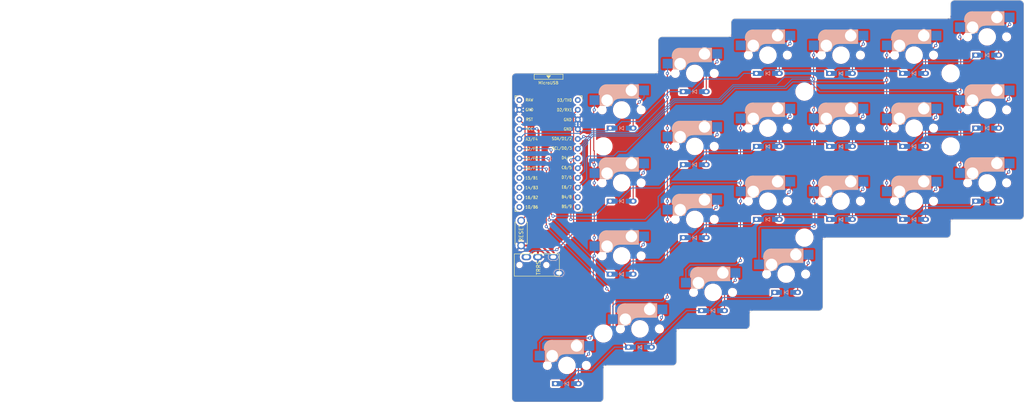
<source format=kicad_pcb>
(kicad_pcb (version 20221018) (generator pcbnew)
  (layers (0 "F.Cu" signal) (31 "B.Cu" signal) (34 "B.Paste" user) (35 "F.Paste" user) (36 "B.SilkS" user "B.Silkscreen") (37 "F.SilkS" user "F.Silkscreen") (38 "B.Mask" user) (39 "F.Mask" user) (44 "Edge.Cuts" user))
  (net 0 "")
  (net 1 "ROW1")
  (net 2 "Net-(D23-A)")
  (net 3 "Net-(D24-A)")
  (net 4 "Net-(D25-A)")
  (net 5 "Net-(D26-A)")
  (net 6 "Net-(D27-A)")
  (net 7 "Net-(D28-A)")
  (net 8 "ROW2")
  (net 9 "Net-(D29-A)")
  (net 10 "Net-(D30-A)")
  (net 11 "Net-(D31-A)")
  (net 12 "Net-(D32-A)")
  (net 13 "Net-(D33-A)")
  (net 14 "Net-(D34-A)")
  (net 15 "ROW3")
  (net 16 "Net-(D35-A)")
  (net 17 "Net-(D36-A)")
  (net 18 "Net-(D37-A)")
  (net 19 "Net-(D38-A)")
  (net 20 "Net-(D39-A)")
  (net 21 "Net-(D40-A)")
  (net 22 "ROW4")
  (net 23 "Net-(D41-A)")
  (net 24 "Net-(D42-A)")
  (net 25 "Net-(D43-A)")
  (net 26 "Net-(D44-A)")
  (net 27 "DATA")
  (net 28 "GND")
  (net 29 "VCC")
  (net 31 "RESET")
  (net 32 "COL1")
  (net 33 "COL2")
  (net 34 "COL3")
  (net 35 "COL4")
  (net 36 "COL5")
  (net 37 "COL6")
  (footprint "kbd:CherryMX_Hotswap" (layer "F.Cu") (at 271.4625 30.95625)
    (fp_text reference "SW28" hide)
    (fp_text value "SW_PUSH" hide)
  )
  (footprint "kbd:CherryMX_Hotswap" (layer "F.Cu") (at 195.2625 59.53125)
    (fp_text reference "SW30" hide)
    (fp_text value "SW_PUSH" hide)
  )
  (footprint "kbd:spacer_m2" (layer "F.Cu") (at 171.45 59.53125)
    (fp_text reference "Ref**" hide)
    (fp_text value "Val**" hide)
  )
  (footprint "kbd:CherryMX_Hotswap" (layer "F.Cu") (at 271.4625 69.05625)
    (fp_text reference "SW40" hide)
    (fp_text value "SW_PUSH" hide)
  )
  (footprint "kbd:CherryMX_Hotswap" (layer "F.Cu") (at 200.025 97.63125)
    (fp_text reference "SW43" hide)
    (fp_text value "SW_PUSH" hide)
  )
  (footprint "kbd:ProMicro_v3" (layer "F.Cu") (at 157.1625 61.9125)
    (fp_text reference "U1" hide)
    (fp_text value "ProMicro" hide)
  )
  (footprint "kbd:CherryMX_Hotswap" (layer "F.Cu") (at 219.075 92.86875)
    (fp_text reference "SW44" hide)
    (fp_text value "SW_PUSH" hide)
  )
  (footprint "kbd:CherryMX_Hotswap" (layer "F.Cu") (at 252.4125 73.81875)
    (fp_text reference "SW39" hide)
    (fp_text value "SW_PUSH" hide)
  )
  (footprint "kbd:CherryMX_Hotswap" (layer "F.Cu") (at 161.925 116.68125)
    (fp_text reference "SW41" hide)
    (fp_text value "SW_PUSH" hide)
  )
  (footprint "kbd:spacer_m2" (layer "F.Cu") (at 261.9375 59.53125)
    (fp_text reference "Ref**" hide)
    (fp_text value "Val**" hide)
  )
  (footprint "kbd:CherryMX_Hotswap" (layer "F.Cu") (at 176.2125 50.00625)
    (fp_text reference "SW23" hide)
    (fp_text value "SW_PUSH" hide)
  )
  (footprint "kbd:CherryMX_Hotswap" (layer "F.Cu") (at 214.3125 35.71875)
    (fp_text reference "SW25" hide)
    (fp_text value "SW_PUSH" hide)
  )
  (footprint "kbd:CherryMX_Hotswap" (layer "F.Cu") (at 195.2625 78.58125)
    (fp_text reference "SW36" hide)
    (fp_text value "SW_PUSH" hide)
  )
  (footprint "kbd:CherryMX_Hotswap" (layer "F.Cu") (at 233.3625 54.76875)
    (fp_text reference "SW32" hide)
    (fp_text value "SW_PUSH" hide)
  )
  (footprint "kbd:ResetSW_1side" (layer "F.Cu") (at 150.01875 82.153125 90)
    (fp_text reference "RESW1" hide)
    (fp_text value "SW_RESET" hide)
  )
  (footprint "kbd:CherryMX_Hotswap" (layer "F.Cu") (at 233.3625 73.81875)
    (fp_text reference "SW38" hide)
    (fp_text value "SW_PUSH" hide)
  )
  (footprint "kbd:CherryMX_Hotswap" (layer "F.Cu") (at 252.4125 35.71875)
    (fp_text reference "SW27" hide)
    (fp_text value "SW_PUSH" hide)
  )
  (footprint "kbd:CherryMX_Hotswap" (layer "F.Cu") (at 180.975 107.15625)
    (fp_text reference "SW42" hide)
    (fp_text value "SW_PUSH" hide)
  )
  (footprint "kbd:CherryMX_Hotswap" (layer "F.Cu") (at 252.4125 54.76875)
    (fp_text reference "SW33" hide)
    (fp_text value "SW_PUSH" hide)
  )
  (footprint "kbd:MJ-4PP-9_1side" (layer "F.Cu") (at 148.075 90.4875 90)
    (fp_text reference "J1")
    (fp_text value "MJ-4PP-9" hide)
  )
  (footprint "kbd:spacer_m2" (layer "F.Cu") (at 223.8375 45.24375)
    (fp_text reference "Ref**" hide)
    (fp_text value "Val**" hide)
  )
  (footprint "kbd:CherryMX_Hotswap" (layer "F.Cu") (at 214.3125 54.76875)
    (fp_text reference "SW31" hide)
    (fp_text value "SW_PUSH" hide)
  )
  (footprint "kbd:spacer_m2" (layer "F.Cu") (at 261.9375 40.48125)
    (fp_text reference "Ref**" hide)
    (fp_text value "Val**" hide)
  )
  (footprint "kbd:CherryMX_Hotswap" (layer "F.Cu") (at 271.4625 50.00625)
    (fp_text reference "SW34" hide)
    (fp_text value "SW_PUSH" hide)
  )
  (footprint "kbd:CherryMX_Hotswap" (layer "F.Cu") (at 233.3625 35.71875)
    (fp_text reference "SW26" hide)
    (fp_text value "SW_PUSH" hide)
  )
  (footprint "kbd:CherryMX_Hotswap" (layer "F.Cu") (at 176.2125 88.10625)
    (fp_text reference "SW35" hide)
    (fp_text value "SW_PUSH" hide)
  )
  (footprint "kbd:CherryMX_Hotswap" (layer "F.Cu") (at 214.3125 73.81875)
    (fp_text reference "SW37" hide)
    (fp_text value "SW_PUSH" hide)
  )
  (footprint "kbd:CherryMX_Hotswap" (layer "F.Cu") (at 176.2125 69.05625)
    (fp_text reference "SW29" hide)
    (fp_text value "SW_PUSH" hide)
  )
  (footprint "kbd:spacer_m2" (layer "F.Cu") (at 171.45 108.346875)
    (fp_text reference "Ref**" hide)
    (fp_text value "Val**" hide)
  )
  (footprint "kbd:CherryMX_Hotswap" (layer "F.Cu") (at 195.2625 40.48125)
    (fp_text reference "SW24" hide)
    (fp_text value "SW_PUSH" hide)
  )
  (footprint "kbd:spacer_m2" (layer "F.Cu") (at 223.8375 83.34375)
    (fp_text reference "Ref**" hide)
    (fp_text value "Val**" hide)
  )
  (footprint "kbd:D3_TH_SMD_v2" (layer "B.Cu") (at 176.2125 73.81875)
    (fp_text reference "D29" hide)
    (fp_text value "1N4148W" hide)
  )
  (footprint "kbd:D3_TH_SMD_v2" (layer "B.Cu") (at 214.3125 59.53125)
    (fp_text reference "D31" hide)
    (fp_text value "1N4148W" hide)
  )
  (footprint "kbd:D3_TH_SMD_v2" (layer "B.Cu") (at 233.3625 40.48125)
    (fp_text reference "D26" hide)
    (fp_text value "1N4148W" hide)
  )
  (footprint "kbd:D3_TH_SMD_v2" (layer "B.Cu") (at 271.4625 73.81875)
    (fp_text reference "D40" hide)
    (fp_text value "1N4148W" hide)
  )
  (footprint "kbd:D3_TH_SMD_v2" (layer "B.Cu") (at 214.3125 40.48125)
    (fp_text reference "D25" hide)
    (fp_text value "1N4148W" hide)
  )
  (footprint "kbd:D3_TH_SMD_v2" (layer "B.Cu") (at 214.3125 78.58125)
    (fp_text reference "D37" hide)
    (fp_text value "1N4148W" hide)
  )
  (footprint "kbd:D3_TH_SMD_v2" (layer "B.Cu") (at 233.3625 78.58125)
    (fp_text reference "D38" hide)
    (fp_text value "1N4148W" hide)
  )
  (footprint "kbd:D3_TH_SMD_v2" (layer "B.Cu") (at 161.925 121.44375)
    (fp_text reference "D41" hide)
    (fp_text value "1N4148W" hide)
  )
  (footprint "kbd:D3_TH_SMD_v2" (layer "B.Cu") (at 195.2625 83.34375)
    (fp_text reference "D36" hide)
    (fp_text value "1N4148W" hide)
  )
  (footprint "kbd:D3_TH_SMD_v2" (layer "B.Cu") (at 271.4625 54.76875)
    (fp_text reference "D34" hide)
    (fp_text value "1N4148W" hide)
  )
  (footprint "kbd:D3_TH_SMD_v2" (layer "B.Cu") (at 252.4125 78.58125)
    (fp_text reference "D39" hide)
    (fp_text value "1N4148W" hide)
  )
  (footprint "kbd:D3_TH_SMD_v2" (layer "B.Cu") (at 176.2125 92.86875)
    (fp_text reference "D35" hide)
    (fp_text value "1N4148W" hide)
  )
  (footprint "kbd:D3_TH_SMD_v2" (layer "B.Cu") (at 271.4625 35.71875)
    (fp_text reference "D28" hide)
    (fp_text value "1N4148W" hide)
  )
  (footprint "kbd:D3_TH_SMD_v2" (layer "B.Cu") (at 195.2625 45.24375)
    (fp_text reference "D24" hide)
    (fp_text value "1N4148W" hide)
  )
  (footprint "kbd:D3_TH_SMD_v2" (layer "B.Cu") (at 180.975 111.91875)
    (fp_text reference "D42" hide)
    (fp_text value "1N4148W" hide)
  )
  (footprint "kbd:D3_TH_SMD_v2" (layer "B.Cu") (at 233.3625 59.53125)
    (fp_text reference "D32" hide)
    (fp_text value "1N4148W" hide)
  )
  (footprint "kbd:D3_TH_SMD_v2" (layer "B.Cu") (at 252.4125 59.53125)
    (fp_text reference "D33" hide)
    (fp_text value "1N4148W" hide)
  )
  (footprint "kbd:D3_TH_SMD_v2" (layer "B.Cu") (at 252.4125 40.48125)
    (fp_text reference "D27" hide)
    (fp_text value "1N4148W" hide)
  )
  (footprint "kbd:D3_TH_SMD_v2" (layer "B.Cu") (at 195.2625 64.29375)
    (fp_text reference "D30" hide)
    (fp_text value "1N4148W" hide)
  )
  (footprint "kbd:D3_TH_SMD_v2" (layer "B.Cu") (at 200.025 102.39375)
    (fp_text reference "D43" hide)
    (fp_text value "1N4148W" hide)
  )
  (footprint "kbd:D3_TH_SMD_v2" (layer "B.Cu") (at 176.2125 54.76875)
    (fp_text reference "D23" hide)
    (fp_text value "1N4148W" hide)
  )
  (footprint "kbd:D3_TH_SMD_v2" (layer "B.Cu") (at 219.075 97.63125)
    (fp_text reference "D44" hide)
    (fp_text value "1N4148W" hide)
  )
  (gr_arc (start 280.988085 77.58125) (mid 280.695209 78.288389) (end 279.988085 78.58125) (stroke (width 0.1)) (layer "Edge.Cuts"))
  (gr_line (start 261.938085 79.58125) (end 261.938085 82.34375) (stroke (width 0.1)) (layer "Edge.Cuts"))
  (gr_arc (start 190.500585 115.68125) (mid 190.207709 116.388389) (end 189.500585 116.68125) (stroke (width 0.1)) (layer "Edge.Cuts"))
  (gr_line (start 185.738085 31.95625) (end 185.738085 39.48125) (stroke (width 0.1)) (layer "Edge.Cuts"))
  (gr_line (start 208.550585 107.15625) (end 191.500585 107.15625) (stroke (width 0.1)) (layer "Edge.Cuts"))
  (gr_arc (start 228.600585 101.39375) (mid 228.307674 102.100824) (end 227.600585 102.39375) (stroke (width 0.1)) (layer "Edge.Cuts"))
  (gr_line (start 209.550585 103.39375) (end 209.550585 106.15625) (stroke (width 0.1)) (layer "Edge.Cuts"))
  (gr_line (start 279.988085 78.58125) (end 262.938085 78.58125) (stroke (width 0.1)) (layer "Edge.Cuts"))
  (gr_line (start 260.938085 26.19375) (end 205.788085 26.19375) (stroke (width 0.1)) (layer "Edge.Cuts"))
  (gr_line (start 262.938085 21.43125) (end 279.988085 21.43125) (stroke (width 0.1)) (layer "Edge.Cuts"))
  (gr_arc (start 190.500585 108.15625) (mid 190.793461 107.449111) (end 191.500585 107.15625) (stroke (width 0.1)) (layer "Edge.Cuts"))
  (gr_line (start 190.500585 108.15625) (end 190.500585 115.68125) (stroke (width 0.1)) (layer "Edge.Cuts"))
  (gr_line (start 261.938085 22.43125) (end 261.938085 25.19375) (stroke (width 0.1)) (layer "Edge.Cuts"))
  (gr_arc (start 261.938085 22.43125) (mid 262.230996 21.724176) (end 262.938085 21.43125) (stroke (width 0.1)) (layer "Edge.Cuts"))
  (gr_line (start 204.788085 27.19375) (end 204.788085 29.95625) (stroke (width 0.1)) (layer "Edge.Cuts"))
  (gr_arc (start 148.638085 126.20625) (mid 147.930931 125.913389) (end 147.638085 125.20625) (stroke (width 0.1)) (layer "Edge.Cuts"))
  (gr_line (start 260.938085 83.34375) (end 229.600585 83.34375) (stroke (width 0.1)) (layer "Edge.Cuts"))
  (gr_line (start 171.450585 117.68125) (end 171.450585 125.20625) (stroke (width 0.1)) (layer "Edge.Cuts"))
  (gr_arc (start 209.550585 106.15625) (mid 209.257709 106.863389) (end 208.550585 107.15625) (stroke (width 0.1)) (layer "Edge.Cuts"))
  (gr_line (start 203.788085 30.95625) (end 186.738085 30.95625) (stroke (width 0.1)) (layer "Edge.Cuts"))
  (gr_arc (start 171.450585 117.68125) (mid 171.743461 116.974111) (end 172.450585 116.68125) (stroke (width 0.1)) (layer "Edge.Cuts"))
  (gr_line (start 227.600585 102.39375) (end 210.550585 102.39375) (stroke (width 0.1)) (layer "Edge.Cuts"))
  (gr_arc (start 261.938085 82.34375) (mid 261.645209 83.050889) (end 260.938085 83.34375) (stroke (width 0.1)) (layer "Edge.Cuts"))
  (gr_arc (start 171.450585 125.20625) (mid 171.157709 125.913389) (end 170.450585 126.20625) (stroke (width 0.1)) (layer "Edge.Cuts"))
  (gr_arc (start 209.550585 103.39375) (mid 209.843461 102.686611) (end 210.550585 102.39375) (stroke (width 0.1)) (layer "Edge.Cuts"))
  (gr_line (start 184.738085 40.48125) (end 148.638085 40.48125) (stroke (width 0.1)) (layer "Edge.Cuts"))
  (gr_arc (start 204.788085 29.95625) (mid 204.495209 30.663389) (end 203.788085 30.95625) (stroke (width 0.1)) (layer "Edge.Cuts"))
  (gr_line (start 189.500585 116.68125) (end 172.450585 116.68125) (stroke (width 0.1)) (layer "Edge.Cuts"))
  (gr_arc (start 147.638085 41.48125) (mid 147.930961 40.774111) (end 148.638085 40.48125) (stroke (width 0.1)) (layer "Edge.Cuts"))
  (gr_arc (start 261.938085 25.19375) (mid 261.645209 25.900889) (end 260.938085 26.19375) (stroke (width 0.1)) (layer "Edge.Cuts"))
  (gr_line (start 228.600585 84.34375) (end 228.600585 101.39375) (stroke (width 0.1)) (layer "Edge.Cuts"))
  (gr_arc (start 279.988085 21.43125) (mid 280.695215 21.72412) (end 280.988085 22.43125) (stroke (width 0.1)) (layer "Edge.Cuts"))
  (gr_arc (start 185.738085 39.48125) (mid 185.445174 40.188324) (end 184.738085 40.48125) (stroke (width 0.1)) (layer "Edge.Cuts"))
  (gr_line (start 170.450585 126.20625) (end 148.638085 126.20625) (stroke (width 0.1)) (layer "Edge.Cuts"))
  (gr_line (start 280.988085 22.43125) (end 280.988085 77.58125) (stroke (width 0.1)) (layer "Edge.Cuts"))
  (gr_arc (start 228.600585 84.34375) (mid 228.893461 83.636611) (end 229.600585 83.34375) (stroke (width 0.1)) (layer "Edge.Cuts"))
  (gr_arc (start 261.938085 79.58125) (mid 262.230996 78.874176) (end 262.938085 78.58125) (stroke (width 0.1)) (layer "Edge.Cuts"))
  (gr_arc (start 185.738085 31.95625) (mid 186.030996 31.249176) (end 186.738085 30.95625) (stroke (width 0.1)) (layer "Edge.Cuts"))
  (gr_arc (start 204.788085 27.19375) (mid 205.080961 26.486611) (end 205.788085 26.19375) (stroke (width 0.1)) (layer "Edge.Cuts"))
  (gr_line (start 147.638085 125.20625) (end 147.638085 41.48125) (stroke (width 0.1)) (layer "Edge.Cuts"))
  (segment (start 165.38975 56.1415) (end 166.075 55.45625) (width 0.25) (layer "B.Cu") (net 1))
  (segment (start 194.4375 45.24375) (end 197.725 41.95625) (width 0.25) (layer "B.Cu") (net 1))
  (segment (start 229.3875 39.50625) (end 230.3625 40.48125) (width 0.25) (layer "B.Cu") (net 1))
  (segment (start 151.0069 56.1415) (end 165.38975 56.1415) (width 0.25) (layer "B.Cu") (net 1))
  (segment (start 213.5125 39.50625) (end 229.3875 39.50625) (width 0.25) (layer "B.Cu") (net 1))
  (segment (start 176.2125 53.04375) (end 180.755945 53.04375) (width 0.25) (layer "B.Cu") (net 1))
  (segment (start 206.575 41.95625) (end 208.05 40.48125) (width 0.25) (layer "B.Cu") (net 1))
  (segment (start 254.6125 37.45625) (end 266.725 37.45625) (width 0.25) (layer "B.Cu") (net 1))
  (segment (start 266.725 37.45625) (end 268.4625 35.71875) (width 0.25) (layer "B.Cu") (net 1))
  (segment (start 197.725 41.95625) (end 206.575 41.95625) (width 0.25) (layer "B.Cu") (net 1))
  (segment (start 212.5375 40.48125) (end 213.5125 39.50625) (width 0.25) (layer "B.Cu") (net 1))
  (segment (start 166.075 55.45625) (end 172.525 55.45625) (width 0.25) (layer "B.Cu") (net 1))
  (segment (start 208.05 40.48125) (end 211.3125 40.48125) (width 0.25) (layer "B.Cu") (net 1))
  (segment (start 251.5875 40.48125) (end 254.6125 37.45625) (width 0.25) (layer "B.Cu") (net 1))
  (segment (start 174.4375 54.76875) (end 174.4875 54.76875) (width 0.25) (layer "B.Cu") (net 1))
  (segment (start 180.755945 53.04375) (end 188.555945 45.24375) (width 0.25) (layer "B.Cu") (net 1))
  (segment (start 193.4875 45.24375) (end 194.4375 45.24375) (width 0.25) (layer "B.Cu") (net 1))
  (segment (start 188.555945 45.24375) (end 192.2625 45.24375) (width 0.25) (layer "B.Cu") (net 1))
  (segment (start 149.5539 57.5945) (end 151.0069 56.1415) (width 0.25) (layer "B.Cu") (net 1))
  (segment (start 248.4375 39.50625) (end 249.4125 40.48125) (width 0.25) (layer "B.Cu") (net 1))
  (segment (start 174.4875 54.76875) (end 176.2125 53.04375) (width 0.25) (layer "B.Cu") (net 1))
  (segment (start 231.5875 40.48125) (end 232.5625 39.50625) (width 0.25) (layer "B.Cu") (net 1))
  (segment (start 232.5625 39.50625) (end 248.4375 39.50625) (width 0.25) (layer "B.Cu") (net 1))
  (segment (start 250.6375 40.48125) (end 251.5875 40.48125) (width 0.25) (layer "B.Cu") (net 1))
  (segment (start 172.525 55.45625) (end 173.2125 54.76875) (width 0.25) (layer "B.Cu") (net 1))
  (segment (start 179.2125 49.56875) (end 179.2125 54.76875) (width 0.25) (layer "F.Cu") (net 2))
  (segment (start 180.825 47.95625) (end 179.2125 49.56875) (width 0.25) (layer "F.Cu") (net 2))
  (via (at 180.825 47.95625) (size 0.8) (drill 0.4) (layers "F.Cu" "B.Cu") (net 2))
  (segment (start 182.0545 46.72675) (end 180.825 47.95625) (width 0.25) (layer "B.Cu") (net 2))
  (segment (start 182.0545 44.92625) (end 182.0545 46.72675) (width 0.25) (layer "B.Cu") (net 2))
  (segment (start 201.075 37.45625) (end 198.2625 40.26875) (width 0.25) (layer "F.Cu") (net 3))
  (segment (start 198.2625 40.26875) (end 198.2625 45.24375) (width 0.25) (layer "F.Cu") (net 3))
  (via (at 201.075 37.45625) (size 0.8) (drill 0.4) (layers "F.Cu" "B.Cu") (net 3))
  (segment (start 201.1045 35.40125) (end 201.1045 37.42675) (width 0.25) (layer "B.Cu") (net 3))
  (segment (start 201.1045 37.42675) (end 201.075 37.45625) (width 0.25) (layer "B.Cu") (net 3))
  (segment (start 220.075 32.70625) (end 217.3125 35.46875) (width 0.25) (layer "F.Cu") (net 4))
  (segment (start 217.3125 35.46875) (end 217.3125 40.48125) (width 0.25) (layer "F.Cu") (net 4))
  (via (at 220.075 32.70625) (size 0.8) (drill 0.4) (layers "F.Cu" "B.Cu") (net 4))
  (segment (start 220.1545 32.62675) (end 220.075 32.70625) (width 0.25) (layer "B.Cu") (net 4))
  (segment (start 220.1545 30.63875) (end 220.1545 32.62675) (width 0.25) (layer "B.Cu") (net 4))
  (segment (start 236.3625 35.66875) (end 236.3625 40.48125) (width 0.25) (layer "F.Cu") (net 5))
  (segment (start 239.2 32.83125) (end 236.3625 35.66875) (width 0.25) (layer "F.Cu") (net 5))
  (via (at 239.2 32.83125) (size 0.8) (drill 0.4) (layers "F.Cu" "B.Cu") (net 5))
  (segment (start 239.2 32.83125) (end 239.2045 32.82675) (width 0.25) (layer "B.Cu") (net 5))
  (segment (start 239.2045 32.82675) (end 239.2045 30.63875) (width 0.25) (layer "B.Cu") (net 5))
  (segment (start 255.4125 35.86875) (end 255.4125 40.48125) (width 0.25) (layer "F.Cu") (net 6))
  (segment (start 258.075 33.20625) (end 255.4125 35.86875) (width 0.25) (layer "F.Cu") (net 6))
  (via (at 258.075 33.20625) (size 0.8) (drill 0.4) (layers "F.Cu" "B.Cu") (net 6))
  (segment (start 258.2545 30.63875) (end 258.2545 33.02675) (width 0.25) (layer "B.Cu") (net 6))
  (segment (start 258.2545 33.02675) (end 258.075 33.20625) (width 0.25) (layer "B.Cu") (net 6))
  (segment (start 274.4625 30.56875) (end 274.4625 35.71875) (width 0.25) (layer "F.Cu") (net 7))
  (segment (start 277.325 27.70625) (end 274.4625 30.56875) (width 0.25) (layer "F.Cu") (net 7))
  (via (at 277.325 27.70625) (size 0.8) (drill 0.4) (layers "F.Cu" "B.Cu") (net 7))
  (segment (start 277.3045 27.68575) (end 277.325 27.70625) (width 0.25) (layer "B.Cu") (net 7))
  (segment (start 277.3045 25.87625) (end 277.3045 27.68575) (width 0.25) (layer "B.Cu") (net 7))
  (segment (start 157.825 60.45625) (end 157.825 77.20625) (width 0.25) (layer "F.Cu") (net 8))
  (segment (start 157.825 77.20625) (end 158.325 77.70625) (width 0.25) (layer "F.Cu") (net 8))
  (via (at 157.825 60.45625) (size 0.8) (drill 0.4) (layers "F.Cu" "B.Cu") (net 8))
  (via (at 158.325 77.70625) (size 0.8) (drill 0.4) (layers "F.Cu" "B.Cu") (net 8))
  (segment (start 248.4375 58.55625) (end 249.4125 59.53125) (width 0.25) (layer "B.Cu") (net 8))
  (segment (start 267.1375 56.09375) (end 268.4625 54.76875) (width 0.25) (layer "B.Cu") (net 8))
  (segment (start 250.6375 59.53125) (end 251.5875 59.53125) (width 0.25) (layer "B.Cu") (net 8))
  (segment (start 149.5539 60.1345) (end 157.50325 60.1345) (width 0.25) (layer "B.Cu") (net 8))
  (segment (start 209.8875 60.95625) (end 211.3125 59.53125) (width 0.25) (layer "B.Cu") (net 8))
  (segment (start 193.4875 64.29375) (end 194.4375 64.29375) (width 0.25) (layer "B.Cu") (net 8))
  (segment (start 158.325 77.70625) (end 169.325 77.70625) (width 0.25) (layer "B.Cu") (net 8))
  (segment (start 212.5375 59.53125) (end 213.5125 58.55625) (width 0.25) (layer "B.Cu") (net 8))
  (segment (start 194.4375 64.29375) (end 197.775 60.95625) (width 0.25) (layer "B.Cu") (net 8))
  (segment (start 251.5875 59.53125) (end 255.025 56.09375) (width 0.25) (layer "B.Cu") (net 8))
  (segment (start 232.5625 58.55625) (end 248.4375 58.55625) (width 0.25) (layer "B.Cu") (net 8))
  (segment (start 197.775 60.95625) (end 209.8875 60.95625) (width 0.25) (layer "B.Cu") (net 8))
  (segment (start 175.3875 73.81875) (end 178.825 70.38125) (width 0.25) (layer "B.Cu") (net 8))
  (segment (start 157.50325 60.1345) (end 157.825 60.45625) (width 0.25) (layer "B.Cu") (net 8))
  (segment (start 178.825 70.38125) (end 186.175 70.38125) (width 0.25) (layer "B.Cu") (net 8))
  (segment (start 169.325 77.70625) (end 173.2125 73.81875) (width 0.25) (layer "B.Cu") (net 8))
  (segment (start 174.4375 73.81875) (end 175.3875 73.81875) (width 0.25) (layer "B.Cu") (net 8))
  (segment (start 255.025 56.09375) (end 267.1375 56.09375) (width 0.25) (layer "B.Cu") (net 8))
  (segment (start 231.5875 59.53125) (end 232.5625 58.55625) (width 0.25) (layer "B.Cu") (net 8))
  (segment (start 213.5125 58.55625) (end 229.3875 58.55625) (width 0.25) (layer "B.Cu") (net 8))
  (segment (start 186.175 70.38125) (end 192.2625 64.29375) (width 0.25) (layer "B.Cu") (net 8))
  (segment (start 229.3875 58.55625) (end 230.3625 59.53125) (width 0.25) (layer "B.Cu") (net 8))
  (segment (start 179.2125 69.06875) (end 179.2125 73.81875) (width 0.25) (layer "F.Cu") (net 9))
  (segment (start 181.825 66.45625) (end 179.2125 69.06875) (width 0.25) (layer "F.Cu") (net 9))
  (via (at 181.825 66.45625) (size 0.8) (drill 0.4) (layers "F.Cu" "B.Cu") (net 9))
  (segment (start 182.0545 63.97625) (end 182.0545 66.22675) (width 0.25) (layer "B.Cu") (net 9))
  (segment (start 182.0545 66.22675) (end 181.825 66.45625) (width 0.25) (layer "B.Cu") (net 9))
  (segment (start 198.2625 59.26875) (end 198.2625 64.29375) (width 0.25) (layer "F.Cu") (net 10))
  (segment (start 201.075 56.45625) (end 198.2625 59.26875) (width 0.25) (layer "F.Cu") (net 10))
  (via (at 201.075 56.45625) (size 0.8) (drill 0.4) (layers "F.Cu" "B.Cu") (net 10))
  (segment (start 201.1045 56.42675) (end 201.075 56.45625) (width 0.25) (layer "B.Cu") (net 10))
  (segment (start 201.1045 54.45125) (end 201.1045 56.42675) (width 0.25) (layer "B.Cu") (net 10))
  (segment (start 220.075 51.70625) (end 217.3125 54.46875) (width 0.25) (layer "F.Cu") (net 11))
  (segment (start 217.3125 54.46875) (end 217.3125 59.53125) (width 0.25) (layer "F.Cu") (net 11))
  (via (at 220.075 51.70625) (size 0.8) (drill 0.4) (layers "F.Cu" "B.Cu") (net 11))
  (segment (start 220.1545 51.62675) (end 220.075 51.70625) (width 0.25) (layer "B.Cu") (net 11))
  (segment (start 220.1545 49.68875) (end 220.1545 51.62675) (width 0.25) (layer "B.Cu") (net 11))
  (segment (start 236.3625 54.41875) (end 236.3625 59.53125) (width 0.25) (layer "F.Cu") (net 12))
  (segment (start 239.075 51.70625) (end 236.3625 54.41875) (width 0.25) (layer "F.Cu") (net 12))
  (via (at 239.075 51.70625) (size 0.8) (drill 0.4) (layers "F.Cu" "B.Cu") (net 12))
  (segment (start 239.2045 51.57675) (end 239.075 51.70625) (width 0.25) (layer "B.Cu") (net 12))
  (segment (start 239.2045 49.68875) (end 239.2045 51.57675) (width 0.25) (layer "B.Cu") (net 12))
  (segment (start 255.4125 54.61875) (end 255.4125 59.53125) (width 0.25) (layer "F.Cu") (net 13))
  (segment (start 258.075 51.95625) (end 255.4125 54.61875) (width 0.25) (layer "F.Cu") (net 13))
  (via (at 258.075 51.95625) (size 0.8) (drill 0.4) (layers "F.Cu" "B.Cu") (net 13))
  (segment (start 258.2545 51.77675) (end 258.075 51.95625) (width 0.25) (layer "B.Cu") (net 13))
  (segment (start 258.2545 49.68875) (end 258.2545 51.77675) (width 0.25) (layer "B.Cu") (net 13))
  (segment (start 277.075 47.20625) (end 274.4625 49.81875) (width 0.25) (layer "F.Cu") (net 14))
  (segment (start 274.4625 49.81875) (end 274.4625 54.76875) (width 0.25) (layer "F.Cu") (net 14))
  (via (at 277.075 47.20625) (size 0.8) (drill 0.4) (layers "F.Cu" "B.Cu") (net 14))
  (segment (start 277.3045 46.97675) (end 277.075 47.20625) (width 0.25) (layer "B.Cu") (net 14))
  (segment (start 277.3045 44.92625) (end 277.3045 46.97675) (width 0.25) (layer "B.Cu") (net 14))
  (segment (start 157.325 62.93075) (end 157.325 78.70625) (width 0.25) (layer "F.Cu") (net 15))
  (segment (start 157.1005 62.70625) (end 157.325 62.93075) (width 0.25) (layer "F.Cu") (net 15))
  (via (at 157.325 78.70625) (size 0.8) (drill 0.4) (layers "F.Cu" "B.Cu") (net 15))
  (via (at 157.1005 62.70625) (size 0.8) (drill 0.4) (layers "F.Cu" "B.Cu") (net 15))
  (segment (start 250.6375 78.58125) (end 251.5875 78.58125) (width 0.25) (layer "B.Cu") (net 15))
  (segment (start 157.06875 62.6745) (end 149.5539 62.6745) (width 0.25) (layer "B.Cu") (net 15))
  (segment (start 175.3875 92.86875) (end 178.8 89.45625) (width 0.25) (layer "B.Cu") (net 15))
  (segment (start 254.9625 75.20625) (end 267.075 75.20625) (width 0.25) (layer "B.Cu") (net 15))
  (segment (start 232.5625 77.60625) (end 248.4375 77.60625) (width 0.25) (layer "B.Cu") (net 15))
  (segment (start 229.3875 77.60625) (end 230.3625 78.58125) (width 0.25) (layer "B.Cu") (net 15))
  (segment (start 172.805945 92.86875) (end 173.2125 92.86875) (width 0.25) (layer "B.Cu") (net 15))
  (segment (start 157.325 78.70625) (end 158.643445 78.70625) (width 0.25) (layer "B.Cu") (net 15))
  (segment (start 157.1005 62.70625) (end 157.06875 62.6745) (width 0.25) (layer "B.Cu") (net 15))
  (segment (start 251.5875 78.58125) (end 254.9625 75.20625) (width 0.25) (layer "B.Cu") (net 15))
  (segment (start 212.5375 78.58125) (end 213.5125 77.60625) (width 0.25) (layer "B.Cu") (net 15))
  (segment (start 186.15 89.45625) (end 192.2625 83.34375) (width 0.25) (layer "B.Cu") (net 15))
  (segment (start 178.8 89.45625) (end 186.15 89.45625) (width 0.25) (layer "B.Cu") (net 15))
  (segment (start 209.9375 79.95625) (end 211.3125 78.58125) (width 0.25) (layer "B.Cu") (net 15))
  (segment (start 213.5125 77.60625) (end 229.3875 77.60625) (width 0.25) (layer "B.Cu") (net 15))
  (segment (start 248.4375 77.60625) (end 249.4125 78.58125) (width 0.25) (layer "B.Cu") (net 15))
  (segment (start 197.825 79.95625) (end 209.9375 79.95625) (width 0.25) (layer "B.Cu") (net 15))
  (segment (start 267.075 75.20625) (end 268.4625 73.81875) (width 0.25) (layer "B.Cu") (net 15))
  (segment (start 193.4875 83.34375) (end 194.4375 83.34375) (width 0.25) (layer "B.Cu") (net 15))
  (segment (start 174.4375 92.86875) (end 175.3875 92.86875) (width 0.25) (layer "B.Cu") (net 15))
  (segment (start 231.5875 78.58125) (end 232.5625 77.60625) (width 0.25) (layer "B.Cu") (net 15))
  (segment (start 158.643445 78.70625) (end 172.805945 92.86875) (width 0.25) (layer "B.Cu") (net 15))
  (segment (start 194.4375 83.34375) (end 197.825 79.95625) (width 0.25) (layer "B.Cu") (net 15))
  (segment (start 181.825 85.20625) (end 179.2125 87.81875) (width 0.25) (layer "F.Cu") (net 16))
  (segment (start 179.2125 87.81875) (end 179.2125 92.86875) (width 0.25) (layer "F.Cu") (net 16))
  (via (at 181.825 85.20625) (size 0.8) (drill 0.4) (layers "F.Cu" "B.Cu") (net 16))
  (segment (start 182.0545 84.97675) (end 181.825 85.20625) (width 0.25) (layer "B.Cu") (net 16))
  (segment (start 182.0545 83.02625) (end 182.0545 84.97675) (width 0.25) (layer "B.Cu") (net 16))
  (segment (start 198.2625 78.01875) (end 198.2625 83.34375) (width 0.25) (layer "F.Cu") (net 17))
  (segment (start 200.825 75.45625) (end 198.2625 78.01875) (width 0.25) (layer "F.Cu") (net 17))
  (via (at 200.825 75.45625) (size 0.8) (drill 0.4) (layers "F.Cu" "B.Cu") (net 17))
  (segment (start 201.1045 73.50125) (end 201.1045 75.17675) (width 0.25) (layer "B.Cu") (net 17))
  (segment (start 201.1045 75.17675) (end 200.825 75.45625) (width 0.25) (layer "B.Cu") (net 17))
  (segment (start 217.3125 74.024917) (end 217.3125 78.58125) (width 0.25) (layer "F.Cu") (net 18))
  (segment (start 219.825 71.45625) (end 219.825 71.512417) (width 0.25) (layer "F.Cu") (net 18))
  (segment (start 219.825 71.512417) (end 217.3125 74.024917) (width 0.25) (layer "F.Cu") (net 18))
  (via (at 219.825 71.45625) (size 0.8) (drill 0.4) (layers "F.Cu" "B.Cu") (net 18))
  (segment (start 220.1545 71.12675) (end 219.825 71.45625) (width 0.25) (layer "B.Cu") (net 18))
  (segment (start 220.1545 68.73875) (end 220.1545 71.12675) (width 0.25) (layer "B.Cu") (net 18))
  (segment (start 236.3625 73.41875) (end 236.3625 78.58125) (width 0.25) (layer "F.Cu") (net 19))
  (segment (start 239.075 70.70625) (end 236.3625 73.41875) (width 0.25) (layer "F.Cu") (net 19))
  (via (at 239.075 70.70625) (size 0.8) (drill 0.4) (layers "F.Cu" "B.Cu") (net 19))
  (segment (start 239.2045 70.57675) (end 239.075 70.70625) (width 0.25) (layer "B.Cu") (net 19))
  (segment (start 239.2045 68.73875) (end 239.2045 70.57675) (width 0.25) (layer "B.Cu") (net 19))
  (segment (start 258.075 70.70625) (end 255.4125 73.36875) (width 0.25) (layer "F.Cu") (net 20))
  (segment (start 255.4125 73.36875) (end 255.4125 78.58125) (width 0.25) (layer "F.Cu") (net 20))
  (via (at 258.075 70.70625) (size 0.8) (drill 0.4) (layers "F.Cu" "B.Cu") (net 20))
  (segment (start 258.2545 68.73875) (end 258.2545 70.52675) (width 0.25) (layer "B.Cu") (net 20))
  (segment (start 258.2545 70.52675) (end 258.075 70.70625) (width 0.25) (layer "B.Cu") (net 20))
  (segment (start 274.4625 68.81875) (end 274.4625 73.81875) (width 0.25) (layer "F.Cu") (net 21))
  (segment (start 277.075 66.20625) (end 274.4625 68.81875) (width 0.25) (layer "F.Cu") (net 21))
  (via (at 277.075 66.20625) (size 0.8) (drill 0.4) (layers "F.Cu" "B.Cu") (net 21))
  (segment (start 277.3045 65.97675) (end 277.075 66.20625) (width 0.25) (layer "B.Cu") (net 21))
  (segment (start 277.3045 63.97625) (end 277.3045 65.97675) (width 0.25) (layer "B.Cu") (net 21))
  (segment (start 156.575 65.48175) (end 156.6005 65.45625) (width 0.25) (layer "F.Cu") (net 22))
  (segment (start 172.325 96.70625) (end 173.975 98.35625) (width 0.25) (layer "F.Cu") (net 22))
  (segment (start 173.975 107.91875) (end 177.975 111.91875) (width 0.25) (layer "F.Cu") (net 22))
  (segment (start 173.975 98.35625) (end 173.975 107.91875) (width 0.25) (layer "F.Cu") (net 22))
  (segment (start 156.575 80.45625) (end 156.575 65.48175) (width 0.25) (layer "F.Cu") (net 22))
  (via (at 172.325 96.70625) (size 0.8) (drill 0.4) (layers "F.Cu" "B.Cu") (net 22))
  (via (at 156.575 80.45625) (size 0.8) (drill 0.4) (layers "F.Cu" "B.Cu") (net 22))
  (via (at 156.6005 65.45625) (size 0.8) (drill 0.4) (layers "F.Cu" "B.Cu") (net 22))
  (segment (start 164.5375 118.00625) (end 168.275 118.00625) (width 0.25) (layer "B.Cu") (net 22))
  (segment (start 202.6375 98.95625) (end 214.75 98.95625) (width 0.25) (layer "B.Cu") (net 22))
  (segment (start 199.2 102.39375) (end 202.6375 98.95625) (width 0.25) (layer "B.Cu") (net 22))
  (segment (start 161.1 121.44375) (end 164.5375 118.00625) (width 0.25) (layer "B.Cu") (net 22))
  (segment (start 193.1375 102.39375) (end 197.025 102.39375) (width 0.25) (layer "B.Cu") (net 22))
  (segment (start 156.35875 65.2145) (end 149.5539 65.2145) (width 0.25) (layer "B.Cu") (net 22))
  (segment (start 184.5875 110.94375) (end 193.1375 102.39375) (width 0.25) (layer "B.Cu") (net 22))
  (segment (start 179.2 111.91875) (end 180.175 110.94375) (width 0.25) (layer "B.Cu") (net 22))
  (segment (start 160.15 121.44375) (end 161.1 121.44375) (width 0.25) (layer "B.Cu") (net 22))
  (segment (start 214.75 98.95625) (end 216.075 97.63125) (width 0.25) (layer "B.Cu") (net 22))
  (segment (start 172.29 96.17125) (end 172.29 96.67125) (width 0.25) (layer "B.Cu") (net 22))
  (segment (start 198.25 102.39375) (end 199.2 102.39375) (width 0.25) (layer "B.Cu") (net 22))
  (segment (start 174.3625 111.91875) (end 177.975 111.91875) (width 0.25) (layer "B.Cu") (net 22))
  (segment (start 156.6005 65.45625) (end 156.35875 65.2145) (width 0.25) (layer "B.Cu") (net 22))
  (segment (start 168.275 118.00625) (end 174.3625 111.91875) (width 0.25) (layer "B.Cu") (net 22))
  (segment (start 172.29 96.67125) (end 172.325 96.70625) (width 0.25) (layer "B.Cu") (net 22))
  (segment (start 180.175 110.94375) (end 184.5875 110.94375) (width 0.25) (layer "B.Cu") (net 22))
  (segment (start 156.575 80.45625) (end 172.29 96.17125) (width 0.25) (layer "B.Cu") (net 22))
  (segment (start 167.575 113.70625) (end 164.925 116.35625) (width 0.25) (layer "F.Cu") (net 23))
  (segment (start 164.925 116.35625) (end 164.925 121.44375) (width 0.25) (layer "F.Cu") (net 23))
  (via (at 167.575 113.70625) (size 0.8) (drill 0.4) (layers "F.Cu" "B.Cu") (net 23))
  (segment (start 167.767 113.51425) (end 167.575 113.70625) (width 0.25) (layer "B.Cu") (net 23))
  (segment (start 167.767 111.60125) (end 167.767 113.51425) (width 0.25) (layer "B.Cu") (net 23))
  (segment (start 183.975 107.362417) (end 183.975 111.91875) (width 0.25) (layer "F.Cu") (net 24))
  (segment (start 186.575 104.20625) (end 186.575 104.762417) (width 0.25) (layer "F.Cu") (net 24))
  (segment (start 186.575 104.762417) (end 183.975 107.362417) (width 0.25) (layer "F.Cu") (net 24))
  (via (at 186.575 104.20625) (size 0.8) (drill 0.4) (layers "F.Cu" "B.Cu") (net 24))
  (segment (start 186.817 103.96425) (end 186.575 104.20625) (width 0.25) (layer "B.Cu") (net 24))
  (segment (start 186.817 102.07625) (end 186.817 103.96425) (width 0.25) (layer "B.Cu") (net 24))
  (segment (start 205.825 94.45625) (end 203.025 97.25625) (width 0.25) (layer "F.Cu") (net 25))
  (segment (start 203.025 97.25625) (end 203.025 102.39375) (width 0.25) (layer "F.Cu") (net 25))
  (via (at 205.825 94.45625) (size 0.8) (drill 0.4) (layers "F.Cu" "B.Cu") (net 25))
  (segment (start 205.867 94.41425) (end 205.825 94.45625) (width 0.25) (layer "B.Cu") (net 25))
  (segment (start 205.867 92.55125) (end 205.867 94.41425) (width 0.25) (layer "B.Cu") (net 25))
  (segment (start 224.825 89.95625) (end 224.825 90.324917) (width 0.25) (layer "F.Cu") (net 26))
  (segment (start 224.825 90.324917) (end 222.075 93.074917) (width 0.25) (layer "F.Cu") (net 26))
  (segment (start 222.075 93.074917) (end 222.075 97.63125) (width 0.25) (layer "F.Cu") (net 26))
  (via (at 224.825 89.95625) (size 0.8) (drill 0.4) (layers "F.Cu" "B.Cu") (net 26))
  (segment (start 224.917 89.86425) (end 224.825 89.95625) (width 0.25) (layer "B.Cu") (net 26))
  (segment (start 224.917 87.78875) (end 224.917 89.86425) (width 0.25) (layer "B.Cu") (net 26))
  (segment (start 159.325 86.45625) (end 163.6869 82.09435) (width 0.25) (layer "F.Cu") (net 27))
  (segment (start 163.6869 51.0615) (end 164.7739 49.9745) (width 0.25) (layer "F.Cu") (net 27))
  (segment (start 163.6869 82.09435) (end 163.6869 51.0615) (width 0.25) (layer "F.Cu") (net 27))
  (via (at 159.325 86.45625) (size 0.8) (drill 0.4) (layers "F.Cu" "B.Cu") (net 27))
  (segment (start 153.05625 86.70625) (end 159.075 86.70625) (width 0.25) (layer "B.Cu") (net 27))
  (segment (start 159.075 86.70625) (end 159.325 86.45625) (width 0.25) (layer "B.Cu") (net 27))
  (segment (start 151.375 88.3875) (end 153.05625 86.70625) (width 0.25) (layer "B.Cu") (net 27))
  (segment (start 153.194335 85.20625) (end 153.194335 85.325585) (width 0.5) (layer "F.Cu") (net 28))
  (segment (start 152.99746 85.403125) (end 153.194335 85.20625) (width 0.5) (layer "F.Cu") (net 28))
  (segment (start 153.194335 50.593835) (end 152.575 49.9745) (width 0.5) (layer "F.Cu") (net 28))
  (segment (start 150.01875 85.403125) (end 152.99746 85.403125) (width 0.5) (layer "F.Cu") (net 28))
  (segment (start 153.194335 85.20625) (end 153.194335 50.593835) (width 0.5) (layer "F.Cu") (net 28))
  (segment (start 153.194335 85.325585) (end 154.375 86.50625) (width 0.5) (layer "F.Cu") (net 28))
  (segment (start 154.375 86.50625) (end 154.375 88.3875) (width 0.5) (layer "F.Cu") (net 28))
  (via (at 152.575 49.9745) (size 0.8) (drill 0.4) (layers "F.Cu" "B.Cu") (net 28))
  (segment (start 152.575 49.9745) (end 162.2339 49.9745) (width 0.5) (layer "B.Cu") (net 28))
  (segment (start 162.2339 49.9745) (end 164.7739 52.5145) (width 0.5) (layer "B.Cu") (net 28))
  (segment (start 149.5539 49.9745) (end 152.575 49.9745) (width 0.5) (layer "B.Cu") (net 28))
  (segment (start 164.7739 52.5145) (end 164.7739 55.0545) (width 0.5) (layer "B.Cu") (net 28))
  (segment (start 158.25625 88.3875) (end 158.375 88.3875) (width 0.5) (layer "F.Cu") (net 29))
  (segment (start 154.575 84.70625) (end 158.25625 88.3875) (width 0.5) (layer "F.Cu") (net 29))
  (segment (start 154.575 55.45625) (end 154.575 84.70625) (width 0.5) (layer "F.Cu") (net 29))
  (segment (start 154.075 54.95625) (end 154.575 55.45625) (width 0.5) (layer "F.Cu") (net 29))
  (via (at 154.075 54.95625) (size 0.8) (drill 0.4) (layers "F.Cu" "B.Cu") (net 29))
  (segment (start 154.075 54.95625) (end 149.65215 54.95625) (width 0.5) (layer "B.Cu") (net 29))
  (segment (start 149.65215 54.95625) (end 149.5539 55.0545) (width 0.5) (layer "B.Cu") (net 29))
  (segment (start 151.01875 53.97935) (end 151.01875 77.903125) (width 0.25) (layer "F.Cu") (net 31))
  (segment (start 149.5539 52.5145) (end 151.01875 53.97935) (width 0.25) (layer "F.Cu") (net 31))
  (segment (start 151.01875 77.903125) (end 150.01875 78.903125) (width 0.25) (layer "F.Cu") (net 31))
  (segment (start 169.06875 50.00625) (end 168.925 50.15) (width 0.25) (layer "F.Cu") (net 32))
  (segment (start 167.825 56.95625) (end 168.075 57.20625) (width 0.25) (layer "F.Cu") (net 32))
  (segment (start 168.825 88.35) (end 168.825 108.590625) (width 0.25) (layer "F.Cu") (net 32))
  (segment (start 168.075 63.3) (end 169.06875 64.29375) (width 0.25) (layer "F.Cu") (net 32))
  (segment (start 168.925 50.15) (end 168.925 60.577139) (width 0.25) (layer "F.Cu") (net 32))
  (segment (start 169.075 64.2875) (end 169.06875 64.29375) (width 0.25) (layer "F.Cu") (net 32))
  (segment (start 169.06875 69.05625) (end 169.06875 83.34375) (width 0.25) (layer "F.Cu") (net 32))
  (segment (start 169.075 60.727139) (end 169.075 64.2875) (width 0.25) (layer "F.Cu") (net 32))
  (segment (start 168.075 57.20625) (end 168.075 63.3) (width 0.25) (layer "F.Cu") (net 32))
  (segment (start 168.925 60.577139) (end 169.075 60.727139) (width 0.25) (layer "F.Cu") (net 32))
  (segment (start 168.825 108.590625) (end 167.878125 109.5375) (width 0.25) (layer "F.Cu") (net 32))
  (segment (start 166.325 56.95625) (end 167.825 56.95625) (width 0.25) (layer "F.Cu") (net 32))
  (segment (start 169.06875 88.10625) (end 168.825 88.35) (width 0.25) (layer "F.Cu") (net 32))
  (via (at 167.878125 109.5375) (size 0.8) (drill 0.4) (layers "F.Cu" "B.Cu") (net 32))
  (via (at 169.06875 88.10625) (size 0.8) (drill 0.4) (layers "F.Cu" "B.Cu") (net 32))
  (via (at 169.06875 69.05625) (size 0.8) (drill 0.4) (layers "F.Cu" "B.Cu") (net 32))
  (via (at 169.06875 83.34375) (size 0.8) (drill 0.4) (layers "F.Cu" "B.Cu") (net 32))
  (via (at 169.06875 64.29375) (size 0.8) (drill 0.4) (layers "F.Cu" "B.Cu") (net 32))
  (via (at 169.06875 50.00625) (size 0.8) (drill 0.4) (layers "F.Cu" "B.Cu") (net 32))
  (via (at 166.325 56.95625) (size 0.8) (drill 0.4) (layers "F.Cu" "B.Cu") (net 32))
  (segment (start 166.325 56.95625) (end 165.68675 57.5945) (width 0.25) (layer "B.Cu") (net 32))
  (segment (start 169.06875 83.34375) (end 169.06875 85.5075) (width 0.25) (layer "B.Cu") (net 32))
  (segment (start 169.1275 88.0475) (end 169.06875 88.10625) (width 0.25) (layer "B.Cu") (net 32))
  (segment (start 169.1275 49.9475) (end 169.06875 50.00625) (width 0.25) (layer "B.Cu") (net 32))
  (segment (start 169.06875 85.5075) (end 169.1275 85.56625) (width 0.25) (layer "B.Cu") (net 32))
  (segment (start 169.06875 66.4575) (end 169.1275 66.51625) (width 0.25) (layer "B.Cu") (net 32))
  (segment (start 169.1275 66.51625) (end 169.1275 68.9975) (width 0.25) (layer "B.Cu") (net 32))
  (segment (start 154.78125 110.728125) (end 154.84 110.786875) (width 0.25) (layer "B.Cu") (net 32))
  (segment (start 169.1275 85.56625) (end 169.1275 88.0475) (width 0.25) (layer "B.Cu") (net 32))
  (segment (start 167.878125 109.5375) (end 155.971875 109.5375) (width 0.25) (layer "B.Cu") (net 32))
  (segment (start 169.06875 64.29375) (end 169.06875 66.4575) (width 0.25) (layer "B.Cu") (net 32))
  (segment (start 154.84 110.786875) (end 154.84 114.14125) (width 0.25) (layer "B.Cu") (net 32))
  (segment (start 155.971875 109.5375) (end 154.78125 110.728125) (width 0.25) (layer "B.Cu") (net 32))
  (segment (start 169.1275 68.9975) (end 169.06875 69.05625) (width 0.25) (layer "B.Cu") (net 32))
  (segment (start 165.68675 57.5945) (end 164.7739 57.5945) (width 0.25) (layer "B.Cu") (net 32))
  (segment (start 169.1275 47.46625) (end 169.1275 49.9475) (width 0.25) (layer "B.Cu") (net 32))
  (segment (start 188.11875 47.20625) (end 188.11875 40.48125) (width 0.25) (layer "F.Cu") (net 33))
  (segment (start 188.11875 59.53125) (end 188.11875 73.81875) (width 0.25) (layer "F.Cu") (net 33))
  (segment (start 188.11875 54.76875) (end 188.11875 47.20625) (width 0.25) (layer "F.Cu") (net 33))
  (segment (start 188.11875 78.58125) (end 188.11875 98.821875) (width 0.25) (layer "F.Cu") (net 33))
  (via (at 188.11875 98.821875) (size 0.8) (drill 0.4) (layers "F.Cu" "B.Cu") (net 33))
  (via (at 188.11875 54.76875) (size 0.8) (drill 0.4) (layers "F.Cu" "B.Cu") (net 33))
  (via (at 188.11875 59.53125) (size 0.8) (drill 0.4) (layers "F.Cu" "B.Cu") (net 33))
  (via (at 188.11875 46.70625) (size 0.8) (drill 0.4) (layers "F.Cu" "B.Cu") (net 33))
  (via (at 188.11875 40.48125) (size 0.8) (drill 0.4) (layers "F.Cu" "B.Cu") (net 33))
  (via (at 188.11875 73.81875) (size 0.8) (drill 0.4) (layers "F.Cu" "B.Cu") (net 33))
  (via (at 188.11875 78.58125) (size 0.8) (drill 0.4) (layers "F.Cu" "B.Cu") (net 33))
  (segment (start 188.11875 47.480358) (end 188.11875 46.70625) (width 0.25) (layer "B.Cu") (net 33))
  (segment (start 188.11875 56.9325) (end 188.1775 56.99125) (width 0.25) (layer "B.Cu") (net 33))
  (segment (start 168.400305 55.90625) (end 179.692858 55.90625) (width 0.25) (layer "B.Cu") (net 33))
  (segment (start 179.692858 55.90625) (end 188.11875 47.480358) (width 0.25) (layer "B.Cu") (net 33))
  (segment (start 164.7739 60.1345) (end 166.45215 58.45625) (width 0.25) (layer "B.Cu") (net 33))
  (segment (start 186.928125 100.0125) (end 175.021875 100.0125) (width 0.25) (layer "B.Cu") (net 33))
  (segment (start 188.11875 75.9825) (end 188.1775 76.04125) (width 0.25) (layer "B.Cu") (net 33))
  (segment (start 188.1775 76.04125) (end 188.1775 78.5225) (width 0.25) (layer "B.Cu") (net 33))
  (segment (start 188.11875 98.821875) (end 186.928125 100.0125) (width 0.25) (layer "B.Cu") (net 33))
  (segment (start 188.1775 78.5225) (end 188.11875 78.58125) (width 0.25) (layer "B.Cu") (net 33))
  (segment (start 173.89 101.261875) (end 173.89 104.61625) (width 0.25) (layer "B.Cu") (net 33))
  (segment (start 175.021875 100.0125) (end 173.83125 101.203125) (width 0.25) (layer "B.Cu") (net 33))
  (segment (start 166.45215 58.45625) (end 166.45215 57.854405) (width 0.25) (layer "B.Cu") (net 33))
  (segment (start 188.11875 73.81875) (end 188.11875 75.9825) (width 0.25) (layer "B.Cu") (net 33))
  (segment (start 188.11875 54.76875) (end 188.11875 56.9325) (width 0.25) (layer "B.Cu") (net 33))
  (segment (start 188.1775 40.4225) (end 188.11875 40.48125) (width 0.25) (layer "B.Cu") (net 33))
  (segment (start 188.1775 37.94125) (end 188.1775 40.4225) (width 0.25) (layer "B.Cu") (net 33))
  (segment (start 188.1775 56.99125) (end 188.1775 59.4725) (width 0.25) (layer "B.Cu") (net 33))
  (segment (start 166.45215 57.854405) (end 168.400305 55.90625) (width 0.25) (layer "B.Cu") (net 33))
  (segment (start 173.83125 101.203125) (end 173.89 101.261875) (width 0.25) (layer "B.Cu") (net 33))
  (segment (start 188.1775 59.4725) (end 188.11875 59.53125) (width 0.25) (layer "B.Cu") (net 33))
  (segment (start 162.9624 63.103125) (end 162.9624 78.58125) (width 0.25) (layer "F.Cu") (net 34))
  (segment (start 207.16875 73.81875) (end 207.16875 89.296875) (width 0.25) (layer "F.Cu") (net 34))
  (segment (start 207.16875 54.76875) (end 207.16875 69.05625) (width 0.25) (layer "F.Cu") (net 34))
  (via (at 207.16875 54.76875) (size 0.8) (drill 0.4) (layers "F.Cu" "B.Cu") (net 34))
  (via (at 207.16875 73.81875) (size 0.8) (drill 0.4) (layers "F.Cu" "B.Cu") (net 34))
  (via (at 207.16875 69.05625) (size 0.8) (drill 0.4) (layers "F.Cu" "B.Cu") (net 34))
  (via (at 207.16875 89.296875) (size 0.8) (drill 0.4) (layers "F.Cu" "B.Cu") (net 34))
  (via (at 162.9624 63.103125) (size 0.8) (drill 0.4) (layers "F.Cu" "B.Cu") (net 34))
  (via (at 162.9624 78.58125) (size 0.8) (drill 0.4) (layers "F.Cu" "B.Cu") (net 34))
  (segment (start 192.94 91.736875) (end 192.94 95.09125) (width 0.25) (layer "B.Cu") (net 34))
  (segment (start 205.978125 90.4875) (end 194.071875 90.4875) (width 0.25) (layer "B.Cu") (net 34))
  (segment (start 207.2275 52.22875) (end 207.2275 54.71) (width 0.25) (layer "B.Cu") (net 34))
  (segment (start 182.330945 78.58125) (end 185.7375 75.174695) (width 0.25) (layer "B.Cu") (net 34))
  (segment (start 163.391025 62.6745) (end 162.9624 63.103125) (width 0.25) (layer "B.Cu") (net 34))
  (segment (start 162.9624 78.58125) (end 182.330945 78.58125) (width 0.25) (layer "B.Cu") (net 34))
  (segment (start 207.2275 54.71) (end 207.16875 54.76875) (width 0.25) (layer "B.Cu") (net 34))
  (segment (start 185.7375 72.628125) (end 189.309375 69.05625) (width 0.25) (layer "B.Cu") (net 34))
  (segment (start 207.16875 71.22) (end 207.2275 71.27875) (width 0.25) (layer "B.Cu") (net 34))
  (segment (start 207.16875 69.05625) (end 207.16875 71.22) (width 0.25) (layer "B.Cu") (net 34))
  (segment (start 189.309375 69.05625) (end 207.16875 69.05625) (width 0.25) (layer "B.Cu") (net 34))
  (segment (start 164.7739 62.6745) (end 163.391025 62.6745) (width 0.25) (layer "B.Cu") (net 34))
  (segment (start 192.88125 91.678125) (end 192.94 91.736875) (width 0.25) (layer "B.Cu") (net 34))
  (segment (start 207.2275 73.76) (end 207.16875 73.81875) (width 0.25) (layer "B.Cu") (net 34))
  (segment (start 185.7375 75.174695) (end 185.7375 72.628125) (width 0.25) (layer "B.Cu") (net 34))
  (segment (start 207.2275 71.27875) (end 207.2275 73.76) (width 0.25) (layer "B.Cu") (net 34))
  (segment (start 207.16875 89.296875) (end 205.978125 90.4875) (width 0.25) (layer "B.Cu") (net 34))
  (segment (start 194.071875 90.4875) (end 192.88125 91.678125) (width 0.25) (layer "B.Cu") (net 34))
  (segment (start 226.3625 49.8625) (end 226.21875 50.00625) (width 0.25) (layer "F.Cu") (net 35))
  (segment (start 226.325 80.45625) (end 226.575 80.20625) (width 0.25) (layer "F.Cu") (net 35))
  (segment (start 226.575 74.175) (end 226.21875 73.81875) (width 0.25) (layer "F.Cu") (net 35))
  (segment (start 226.21875 41.95625) (end 226.325 42.0625) (width 0.25) (layer "F.Cu") (net 35))
  (segment (start 226.325 42.0625) (end 226.325 44.160361) (width 0.25) (layer "F.Cu") (net 35))
  (segment (start 226.21875 35.71875) (end 226.21875 41.95625) (width 0.25) (layer "F.Cu") (net 35))
  (segment (start 226.575 80.20625) (end 226.575 74.175) (width 0.25) (layer "F.Cu") (net 35))
  (segment (start 226.325 44.160361) (end 226.3625 44.197861) (width 0.25) (layer "F.Cu") (net 35))
  (segment (start 226.21875 54.76875) (end 226.21875 69.05625) (width 0.25) (layer "F.Cu") (net 35))
  (segment (start 226.3625 44.197861) (end 226.3625 49.8625) (width 0.25) (layer "F.Cu") (net 35))
  (via (at 226.21875 35.71875) (size 0.8) (drill 0.4) (layers "F.Cu" "B.Cu") (net 35))
  (via (at 226.325 80.45625) (size 0.8) (drill 0.4) (layers "F.Cu" "B.Cu") (net 35))
  (via (at 226.21875 69.05625) (size 0.8) (drill 0.4) (layers "F.Cu" "B.Cu") (net 35))
  (via (at 226.21875 41.95625) (size 0.8) (drill 0.4) (layers "F.Cu" "B.Cu") (net 35))
  (via (at 226.21875 50.00625) (size 0.8) (drill 0.4) (layers "F.Cu" "B.Cu") (net 35))
  (via (at 226.21875 73.81875) (size 0.8) (drill 0.4) (layers "F.Cu" "B.Cu") (net 35))
  (via (at 226.21875 54.76875) (size 0.8) (drill 0.4) (layers "F.Cu" "B.Cu") (net 35))
  (segment (start 211.99 80.79125) (end 211.99 90.32875) (width 0.25) (layer "B.Cu") (net 35))
  (segment (start 166.90215 58.040801) (end 168.586701 56.35625) (width 0.25) (layer "B.Cu") (net 35))
  (segment (start 226.2775 52.22875) (end 226.2775 54.71) (width 0.25) (layer "B.Cu") (net 35))
  (segment (start 168.586701 56.35625) (end 180.51565 56.35625) (width 0.25) (layer "B.Cu") (net 35))
  (segment (start 226.2775 33.17875) (end 226.2775 35.66) (width 0.25) (layer "B.Cu") (net 35))
  (segment (start 216.575 43.45625) (end 218.125 41.90625) (width 0.25) (layer "B.Cu") (net 35))
  (segment (start 164.7739 65.2145) (end 166.11295 63.87545) (width 0.25) (layer "B.Cu") (net 35))
  (segment (start 226.325 80.45625) (end 212.325 80.45625) (width 0.25) (layer "B.Cu") (net 35))
  (segment (start 225.71875 41.45625) (end 226.21875 41.95625) (width 0.25) (layer "B.Cu") (net 35))
  (segment (start 166.11295 59.431846) (end 166.90215 58.642646) (width 0.25) (layer "B.Cu") (net 35))
  (segment (start 205.211396 43.45625) (end 216.575 43.45625) (width 0.25) (layer "B.Cu") (net 35))
  (segment (start 189.71565 47.15625) (end 201.511396 47.15625) (width 0.25) (layer "B.Cu") (net 35))
  (segment (start 218.125 41.90625) (end 218.141754 41.90625) (width 0.25) (layer "B.Cu") (net 35))
  (segment (start 226.21875 69.05625) (end 226.21875 71.22) (width 0.25) (layer "B.Cu") (net 35))
  (segment (start 226.2775 35.66) (end 226.21875 35.71875) (width 0.25) (layer "B.Cu") (net 35))
  (segment (start 218.141754 41.90625) (end 218.591754 41.45625) (width 0.25) (layer "B.Cu") (net 35))
  (segment (start 226.2775 73.76) (end 226.21875 73.81875) (width 0.25) (layer "B.Cu") (net 35))
  (segment (start 212.325 80.45625) (end 211.99 80.79125) (width 0.25) (layer "B.Cu") (net 35))
  (segment (start 180.51565 56.35625) (end 189.71565 47.15625) (width 0.25) (layer "B.Cu") (net 35))
  (segment (start 166.11295 63.87545) (end 166.11295 59.431846) (width 0.25) (layer "B.Cu") (net 35))
  (segment (start 226.21875 52.17) (end 226.2775 52.22875) (width 0.25) (layer "B.Cu") (net 35))
  (segment (start 218.591754 41.45625) (end 225.71875 41.45625) (width 0.25) (layer "B.Cu") (net 35))
  (segment (start 226.2775 71.27875) (end 226.2775 73.76) (width 0.25) (layer "B.Cu") (net 35))
  (segment (start 166.90215 58.642646) (end 166.90215 58.040801) (width 0.25) (layer "B.Cu") (net 35))
  (segment (start 201.511396 47.15625) (end 205.211396 43.45625) (width 0.25) (layer "B.Cu") (net 35))
  (segment (start 226.21875 71.22) (end 226.2775 71.27875) (width 0.25) (layer "B.Cu") (net 35))
  (segment (start 226.21875 50.00625) (end 226.21875 52.17) (width 0.25) (layer "B.Cu") (net 35))
  (segment (start 226.2775 54.71) (end 226.21875 54.76875) (width 0.25) (layer "B.Cu") (net 35))
  (segment (start 245.26875 35.71875) (end 245.26875 42.20625) (width 0.25) (layer "F.Cu") (net 36))
  (segment (start 245.26875 42.20625) (end 245.26875 50.00625) (width 0.25) (layer "F.Cu") (net 36))
  (segment (start 245.26875 54.76875) (end 245.26875 69.05625) (width 0.25) (layer "F.Cu") (net 36))
  (via (at 245.26875 54.76875) (size 0.8) (drill 0.4) (layers "F.Cu" "B.Cu") (net 36))
  (via (at 245.26875 50.00625) (size 0.8) (drill 0.4) (layers "F.Cu" "B.Cu") (net 36))
  (via (at 245.26875 42.20625) (size 0.8) (drill 0.4) (layers "F.Cu" "B.Cu") (net 36))
  (via (at 245.26875 69.05625) (size 0.8) (drill 0.4) (layers "F.Cu" "B.Cu") (net 36))
  (via (at 245.26875 35.71875) (size 0.8) (drill 0.4) (layers "F.Cu" "B.Cu") (net 36))
  (segment (start 180.702046 56.80625) (end 168.773097 56.80625) (width 0.25) (layer "B.Cu") (net 36))
  (segment (start 166.575 65.9534) (end 164.7739 67.7545) (width 0.25) (layer "B.Cu") (net 36))
  (segment (start 245.3275 35.66) (end 245.26875 35.71875) (width 0.25) (layer "B.Cu") (net 36))
  (segment (start 166.56295 61.376554) (end 166.575 61.388604) (width 0.25) (layer "B.Cu") (net 36))
  (segment (start 245.3275 54.71) (end 245.26875 54.76875) (width 0.25) (layer "B.Cu") (net 36))
  (segment (start 245.26875 71.22) (end 245.3275 71.27875) (width 0.25) (layer "B.Cu") (net 36))
  (segment (start 167.35215 58.227197) (end 167.35215 58.829042) (width 0.25) (layer "B.Cu") (net 36))
  (segment (start 167.35215 58.829042) (end 166.56295 59.618242) (width 0.25) (layer "B.Cu") (net 36))
  (segment (start 245.26875 52.17) (end 245.3275 52.22875) (width 0.25) (layer "B.Cu") (net 36))
  (segment (start 225.193445 41.95625) (end 220.617646 41.95625) (width 0.25) (layer "B.Cu") (net 36))
  (segment (start 220.617646 41.95625) (end 218.667646 43.90625) (width 0.25) (layer "B.Cu") (net 36))
  (segment (start 225.918445 42.68125) (end 225.193445 41.95625) (width 0.25) (layer "B.Cu") (net 36))
  (segment (start 189.902046 47.60625) (end 180.702046 56.80625) (width 0.25) (layer "B.Cu") (net 36))
  (segment (start 201.697792 47.60625) (end 189.902046 47.60625) (width 0.25) (layer "B.Cu") (net 36))
  (segment (start 166.56295 59.618242) (end 166.56295 61.376554) (width 0.25) (layer "B.Cu") (net 36))
  (segment (start 218.667646 43.90625) (end 205.397792 43.90625) (width 0.25) (layer "B.Cu") (net 36))
  (segment (start 245.3275 52.22875) (end 245.3275 54.71) (width 0.25) (layer "B.Cu") (net 36))
  (segment (start 245.26875 50.00625) (end 245.26875 52.17) (width 0.25) (layer "B.Cu") (net 36))
  (segment (start 245.3275 33.17875) (end 245.3275 35.66) (width 0.25) (layer "B.Cu") (net 36))
  (segment (start 245.26875 42.20625) (end 244.79375 42.68125) (width 0.25) (layer "B.Cu") (net 36))
  (segment (start 205.397792 43.90625) (end 201.697792 47.60625) (width 0.25) (layer "B.Cu") (net 36))
  (segment (start 244.79375 42.68125) (end 225.918445 42.68125) (width 0.25) (layer "B.Cu") (net 36))
  (segment (start 166.575 61.388604) (end 166.575 65.9534) (width 0.25) (layer "B.Cu") (net 36))
  (segment (start 245.26875 69.05625) (end 245.26875 71.22) (width 0.25) (layer "B.Cu") (net 36))
  (segment (start 168.773097 56.80625) (end 167.35215 58.227197) (width 0.25) (layer "B.Cu") (net 36))
  (segment (start 264.31875 30.95625) (end 264.575 31.2125) (width 0.25) (layer "F.Cu") (net 37))
  (segment (start 264.575 50.2625) (end 264.575 64.0375) (width 0.25) (layer "F.Cu") (net 37))
  (segment (start 264.31875 50.00625) (end 264.575 50.2625) (width 0.25) (layer "F.Cu") (net 37))
  (segment (start 264.575 44.9875) (end 264.31875 45.24375) (width 0.25) (layer "F.Cu") (net 37))
  (segment (start 264.575 31.2125) (end 264.575 44.9875) (width 0.25) (layer "F.Cu") (net 37))
  (segment (start 264.575 64.0375) (end 264.31875 64.29375) (width 0.25) (layer "F.Cu") (net 37))
  (via (at 264.31875 45.24375) (size 0.8) (drill 0.4) (layers "F.Cu" "B.Cu") (net 37))
  (via (at 264.31875 30.95625) (size 0.8) (drill 0.4) (layers "F.Cu" "B.Cu") (net 37))
  (via (at 264.31875 50.00625) (size 0.8) (drill 0.4) (layers "F.Cu" "B.Cu") (net 37))
  (via (at 264.31875 64.29375) (size 0.8) (drill 0.4) (layers "F.Cu" "B.Cu") (net 37))
  (segment (start 219.075 44.40625) (end 220.775 42.70625) (width 0.25) (layer "B.Cu") (net 37))
  (segment (start 167.075 62.5875) (end 167.60625 62.05625) (width 0.25) (layer "B.Cu") (net 37))
  (segment (start 177.288442 60.85625) (end 190.088442 48.05625) (width 0.25) (layer "B.Cu") (net 37))
  (segment (start 175.288604 60.85625) (end 177.288442 60.85625) (width 0.25) (layer "B.Cu") (net 37))
  (segment (start 205.761396 44.40625) (end 219.075 44.40625) (width 0.25) (layer "B.Cu") (net 37))
  (segment (start 264.31875 66.4575) (end 264.3775 66.51625) (width 0.25) (layer "B.Cu") (net 37))
  (segment (start 202.111396 48.05625) (end 205.761396 44.40625) (width 0.25) (layer "B.Cu") (net 37))
  (segment (start 264.31875 45.24375) (end 264.31875 47.4075) (width 0.25) (layer "B.Cu") (net 37))
  (segment (start 264.31875 47.4075) (end 264.3775 47.46625) (width 0.25) (layer "B.Cu") (net 37))
  (segment (start 190.088442 48.05625) (end 202.111396 48.05625) (width 0.25) (layer "B.Cu") (net 37))
  (segment (start 264.3775 30.8975) (end 264.31875 30.95625) (width 0.25) (layer "B.Cu") (net 37))
  (segment (start 167.60625 62.05625) (end 174.088604 62.05625) (width 0.25) (layer "B.Cu") (net 37))
  (segment (start 264.3775 47.46625) (end 264.3775 49.9475) (width 0.25) (layer "B.Cu") (net 37))
  (segment (start 167.075 67.9934) (end 167.075 62.5875) (width 0.25) (layer "B.Cu") (net 37))
  (segment (start 264.3775 28.41625) (end 264.3775 30.8975) (width 0.25) (layer "B.Cu") (net 37))
  (segment (start 264.31875 64.29375) (end 264.31875 66.4575) (width 0.25) (layer "B.Cu") (net 37))
  (segment (start 225.307049 42.70625) (end 227.844549 45.24375) (width 0.25) (layer "B.Cu") (net 37))
  (segment (start 164.7739 70.2945) (end 167.075 67.9934) (width 0.25) (layer "B.Cu") (net 37))
  (segment (start 264.3775 49.9475) (end 264.31875 50.00625) (width 0.25) (layer "B.Cu") (net 37))
  (segment (start 227.844549 45.24375) (end 264.31875 45.24375) (width 0.25) (layer "B.Cu") (net 37))
  (segment (start 220.775 42.70625) (end 225.307049 42.70625) (width 0.25) (layer "B.Cu") (net 37))
  (segment (start 174.088604 62.05625) (end 175.288604 60.85625) (width 0.25) (layer "B.Cu") (net 37))
  (zone (net 28) (net_name "GND") (layers "F&B.Cu") (connect_pads (clearance 0.5)) (min_thickness 0.25) (fill yes (thermal_gap 0.5) (thermal_bridge_width 0.5))
    (polygon (pts (xy 280.9875 21.43125) (xy 261.9375 21.43125) (xy 261.9375 26.19375) (xy 204.7875 26.19375) (xy 204.7875 30.95625) (xy 185.7375 30.95625) (xy 185.7375 40.48125) (xy 147.6375 40.48125) (xy 147.6375 126.20625) (xy 171.45 126.20625) (xy 171.45 116.68125) (xy 190.5 116.68125) (xy 190.5 107.15625) (xy 209.55 107.15625) (xy 209.55 102.39375) (xy 228.6 102.39375) (xy 228.6 83.34375) (xy 261.9375 83.34375) (xy 261.9375 78.58125) (xy 280.9875 78.58125)))
  )
)
</source>
